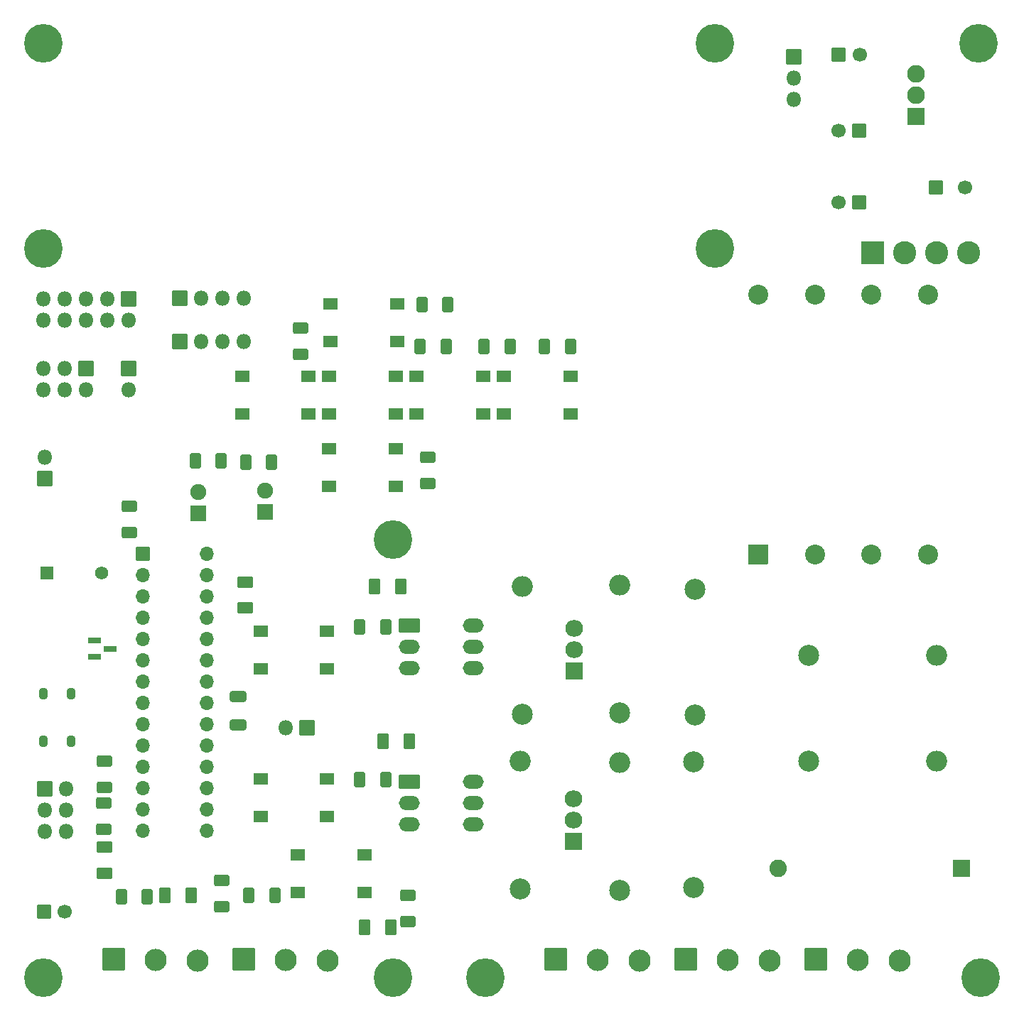
<source format=gbr>
%TF.GenerationSoftware,KiCad,Pcbnew,7.0.9*%
%TF.CreationDate,2025-01-17T20:12:22+02:00*%
%TF.ProjectId,varaajamonitori,76617261-616a-4616-9d6f-6e69746f7269,rev?*%
%TF.SameCoordinates,Original*%
%TF.FileFunction,Soldermask,Top*%
%TF.FilePolarity,Negative*%
%FSLAX46Y46*%
G04 Gerber Fmt 4.6, Leading zero omitted, Abs format (unit mm)*
G04 Created by KiCad (PCBNEW 7.0.9) date 2025-01-17 20:12:22*
%MOMM*%
%LPD*%
G01*
G04 APERTURE LIST*
G04 Aperture macros list*
%AMRoundRect*
0 Rectangle with rounded corners*
0 $1 Rounding radius*
0 $2 $3 $4 $5 $6 $7 $8 $9 X,Y pos of 4 corners*
0 Add a 4 corners polygon primitive as box body*
4,1,4,$2,$3,$4,$5,$6,$7,$8,$9,$2,$3,0*
0 Add four circle primitives for the rounded corners*
1,1,$1+$1,$2,$3*
1,1,$1+$1,$4,$5*
1,1,$1+$1,$6,$7*
1,1,$1+$1,$8,$9*
0 Add four rect primitives between the rounded corners*
20,1,$1+$1,$2,$3,$4,$5,0*
20,1,$1+$1,$4,$5,$6,$7,0*
20,1,$1+$1,$6,$7,$8,$9,0*
20,1,$1+$1,$8,$9,$2,$3,0*%
G04 Aperture macros list end*
%ADD10RoundRect,0.050000X-1.335000X-1.335000X1.335000X-1.335000X1.335000X1.335000X-1.335000X1.335000X0*%
%ADD11C,2.770000*%
%ADD12RoundRect,0.050000X-1.270000X-1.270000X1.270000X-1.270000X1.270000X1.270000X-1.270000X1.270000X0*%
%ADD13C,2.640000*%
%ADD14RoundRect,0.050000X-0.775000X-0.650000X0.775000X-0.650000X0.775000X0.650000X-0.775000X0.650000X0*%
%ADD15RoundRect,0.300000X-0.400000X-0.625000X0.400000X-0.625000X0.400000X0.625000X-0.400000X0.625000X0*%
%ADD16RoundRect,0.300000X0.400000X0.625000X-0.400000X0.625000X-0.400000X-0.625000X0.400000X-0.625000X0*%
%ADD17RoundRect,0.050000X-1.200000X-0.800000X1.200000X-0.800000X1.200000X0.800000X-1.200000X0.800000X0*%
%ADD18O,2.500000X1.700000*%
%ADD19RoundRect,0.300000X-0.625000X0.400000X-0.625000X-0.400000X0.625000X-0.400000X0.625000X0.400000X0*%
%ADD20RoundRect,0.050000X-0.800000X-0.800000X0.800000X-0.800000X0.800000X0.800000X-0.800000X0.800000X0*%
%ADD21O,1.700000X1.700000*%
%ADD22RoundRect,0.050000X0.900000X-0.900000X0.900000X0.900000X-0.900000X0.900000X-0.900000X-0.900000X0*%
%ADD23C,1.900000*%
%ADD24C,2.500000*%
%ADD25O,2.500000X2.500000*%
%ADD26RoundRect,0.050000X0.850000X-0.850000X0.850000X0.850000X-0.850000X0.850000X-0.850000X-0.850000X0*%
%ADD27O,1.800000X1.800000*%
%ADD28RoundRect,0.300000X0.412500X0.650000X-0.412500X0.650000X-0.412500X-0.650000X0.412500X-0.650000X0*%
%ADD29RoundRect,0.300000X0.625000X-0.400000X0.625000X0.400000X-0.625000X0.400000X-0.625000X-0.400000X0*%
%ADD30C,4.600000*%
%ADD31RoundRect,0.300000X-0.650000X0.412500X-0.650000X-0.412500X0.650000X-0.412500X0.650000X0.412500X0*%
%ADD32RoundRect,0.050000X0.990000X0.990000X-0.990000X0.990000X-0.990000X-0.990000X0.990000X-0.990000X0*%
%ADD33C,2.080000*%
%ADD34RoundRect,0.050000X-0.850000X-0.850000X0.850000X-0.850000X0.850000X0.850000X-0.850000X0.850000X0*%
%ADD35RoundRect,0.300000X-0.700000X0.362500X-0.700000X-0.362500X0.700000X-0.362500X0.700000X0.362500X0*%
%ADD36RoundRect,0.050000X1.143000X-1.143000X1.143000X1.143000X-1.143000X1.143000X-1.143000X-1.143000X0*%
%ADD37C,2.386000*%
%ADD38RoundRect,0.050000X-0.850000X0.850000X-0.850000X-0.850000X0.850000X-0.850000X0.850000X0.850000X0*%
%ADD39RoundRect,0.300000X-0.412500X-0.650000X0.412500X-0.650000X0.412500X0.650000X-0.412500X0.650000X0*%
%ADD40RoundRect,0.200000X-0.587500X-0.150000X0.587500X-0.150000X0.587500X0.150000X-0.587500X0.150000X0*%
%ADD41RoundRect,0.102000X0.955000X-0.955000X0.955000X0.955000X-0.955000X0.955000X-0.955000X-0.955000X0*%
%ADD42C,2.114000*%
%ADD43C,1.700000*%
%ADD44RoundRect,0.050000X-0.736600X-0.736600X0.736600X-0.736600X0.736600X0.736600X-0.736600X0.736600X0*%
%ADD45C,1.573200*%
%ADD46RoundRect,0.050000X0.800000X0.800000X-0.800000X0.800000X-0.800000X-0.800000X0.800000X-0.800000X0*%
%ADD47RoundRect,0.275000X0.225000X0.375000X-0.225000X0.375000X-0.225000X-0.375000X0.225000X-0.375000X0*%
%ADD48RoundRect,0.050000X0.850000X0.850000X-0.850000X0.850000X-0.850000X-0.850000X0.850000X-0.850000X0*%
%ADD49RoundRect,0.050000X1.000000X-0.952500X1.000000X0.952500X-1.000000X0.952500X-1.000000X-0.952500X0*%
%ADD50O,2.100000X2.005000*%
G04 APERTURE END LIST*
D10*
%TO.C,D5*%
X150390000Y-59600000D03*
D11*
X154200000Y-59600000D03*
X158010000Y-59600000D03*
X161820000Y-59600000D03*
%TD*%
D12*
%TO.C,J1*%
X143617780Y-143855260D03*
D13*
X148600000Y-143908600D03*
X153600000Y-144000040D03*
%TD*%
D12*
%TO.C,J4*%
X59917780Y-143863860D03*
D13*
X64900000Y-143917200D03*
X69900000Y-144008640D03*
%TD*%
D12*
%TO.C,J5*%
X75417780Y-143855260D03*
D13*
X80400000Y-143908600D03*
X85400000Y-144000040D03*
%TD*%
D12*
%TO.C,J6*%
X128117780Y-143855260D03*
D13*
X133100000Y-143908600D03*
X138100000Y-144000040D03*
%TD*%
D12*
%TO.C,J7*%
X112617780Y-143855260D03*
D13*
X117600000Y-143908600D03*
X122600000Y-144000040D03*
%TD*%
D14*
%TO.C,SW2*%
X85625000Y-82950000D03*
X93575000Y-82950000D03*
X85625000Y-87450000D03*
X93575000Y-87450000D03*
%TD*%
D15*
%TO.C,R23*%
X96650000Y-65750000D03*
X99750000Y-65750000D03*
%TD*%
D16*
%TO.C,R4*%
X114350000Y-70750000D03*
X111250000Y-70750000D03*
%TD*%
D17*
%TO.C,U7*%
X95175000Y-122675000D03*
D18*
X95175000Y-125215000D03*
X95175000Y-127755000D03*
X102795000Y-127755000D03*
X102795000Y-125215000D03*
X102795000Y-122675000D03*
%TD*%
D15*
%TO.C,R12*%
X69650000Y-84400000D03*
X72750000Y-84400000D03*
%TD*%
D19*
%TO.C,R5*%
X72800000Y-134450000D03*
X72800000Y-137550000D03*
%TD*%
D20*
%TO.C,U1*%
X63400000Y-95500000D03*
D21*
X63400000Y-98040000D03*
X63400000Y-100580000D03*
X63400000Y-103120000D03*
X63400000Y-105660000D03*
X63400000Y-108200000D03*
X63400000Y-110740000D03*
X63400000Y-113280000D03*
X63400000Y-115820000D03*
X63400000Y-118360000D03*
X63400000Y-120900000D03*
X63400000Y-123440000D03*
X63400000Y-125980000D03*
X63400000Y-128520000D03*
X71020000Y-128520000D03*
X71020000Y-125980000D03*
X71020000Y-123440000D03*
X71020000Y-120900000D03*
X71020000Y-118360000D03*
X71020000Y-115820000D03*
X71020000Y-113280000D03*
X71020000Y-110740000D03*
X71020000Y-108200000D03*
X71020000Y-105660000D03*
X71020000Y-103120000D03*
X71020000Y-100580000D03*
X71020000Y-98040000D03*
X71020000Y-95500000D03*
%TD*%
D22*
%TO.C,D2*%
X70000000Y-90675000D03*
D23*
X70000000Y-88135000D03*
%TD*%
D24*
%TO.C,R16*%
X120200000Y-135620000D03*
D25*
X120200000Y-120380000D03*
%TD*%
D26*
%TO.C,J9*%
X67800000Y-70200000D03*
D27*
X70340000Y-70200000D03*
X72880000Y-70200000D03*
X75420000Y-70200000D03*
%TD*%
D28*
%TO.C,C9*%
X95162500Y-117800000D03*
X92037500Y-117800000D03*
%TD*%
D19*
%TO.C,R22*%
X97400000Y-84000000D03*
X97400000Y-87100000D03*
%TD*%
D29*
%TO.C,R2*%
X95000000Y-139350000D03*
X95000000Y-136250000D03*
%TD*%
D30*
%TO.C,Top2*%
X163000000Y-34600000D03*
%TD*%
%TO.C,J2*%
X51600000Y-59100000D03*
X131600000Y-34600000D03*
X131600000Y-59100000D03*
%TD*%
D24*
%TO.C,R20*%
X142780000Y-120200000D03*
D25*
X158020000Y-120200000D03*
%TD*%
D17*
%TO.C,U6*%
X95175000Y-104075000D03*
D18*
X95175000Y-106615000D03*
X95175000Y-109155000D03*
X102795000Y-109155000D03*
X102795000Y-106615000D03*
X102795000Y-104075000D03*
%TD*%
D31*
%TO.C,C5*%
X75600000Y-98837500D03*
X75600000Y-101962500D03*
%TD*%
D32*
%TO.C,F1*%
X160920000Y-133000000D03*
D33*
X139080000Y-133000000D03*
%TD*%
D22*
%TO.C,D4*%
X78000000Y-90475000D03*
D23*
X78000000Y-87935000D03*
%TD*%
D34*
%TO.C,J13*%
X61740000Y-73400000D03*
D27*
X61740000Y-75940000D03*
%TD*%
D31*
%TO.C,C16*%
X58800000Y-130437500D03*
X58800000Y-133562500D03*
%TD*%
D34*
%TO.C,JP2*%
X141000000Y-36200000D03*
D27*
X141000000Y-38740000D03*
X141000000Y-41280000D03*
%TD*%
D35*
%TO.C,L1*%
X74800000Y-112537500D03*
X74800000Y-115862500D03*
%TD*%
D30*
%TO.C,Bottom3*%
X51600000Y-146000000D03*
%TD*%
D14*
%TO.C,SW4*%
X75225000Y-74350000D03*
X83175000Y-74350000D03*
X75225000Y-78850000D03*
X83175000Y-78850000D03*
%TD*%
D26*
%TO.C,J10*%
X67800000Y-65000000D03*
D27*
X70340000Y-65000000D03*
X72880000Y-65000000D03*
X75420000Y-65000000D03*
%TD*%
D36*
%TO.C,T1*%
X136738000Y-95600000D03*
D37*
X143469000Y-95600000D03*
X150200000Y-95600000D03*
X156931000Y-95600000D03*
X136738000Y-64612000D03*
X143469000Y-64612000D03*
X150200000Y-64612000D03*
X156931000Y-64612000D03*
%TD*%
D15*
%TO.C,R6*%
X96450000Y-70750000D03*
X99550000Y-70750000D03*
%TD*%
%TO.C,R14*%
X76050000Y-136200000D03*
X79150000Y-136200000D03*
%TD*%
D14*
%TO.C,SW7*%
X81850000Y-131400000D03*
X89800000Y-131400000D03*
X81850000Y-135900000D03*
X89800000Y-135900000D03*
%TD*%
D38*
%TO.C,J14*%
X82940000Y-116200000D03*
D27*
X80400000Y-116200000D03*
%TD*%
D14*
%TO.C,SW5*%
X85625000Y-74350000D03*
X93575000Y-74350000D03*
X85625000Y-78850000D03*
X93575000Y-78850000D03*
%TD*%
D24*
%TO.C,R17*%
X108600000Y-114640000D03*
D25*
X108600000Y-99400000D03*
%TD*%
D30*
%TO.C,Bottom2*%
X163200000Y-146000000D03*
%TD*%
D14*
%TO.C,SW1*%
X85800000Y-65650000D03*
X93750000Y-65650000D03*
X85800000Y-70150000D03*
X93750000Y-70150000D03*
%TD*%
D39*
%TO.C,C13*%
X66037500Y-136200000D03*
X69162500Y-136200000D03*
%TD*%
D29*
%TO.C,R7*%
X61800000Y-92950000D03*
X61800000Y-89850000D03*
%TD*%
D15*
%TO.C,R21*%
X104050000Y-70750000D03*
X107150000Y-70750000D03*
%TD*%
D40*
%TO.C,Q5*%
X57662500Y-105850000D03*
X57662500Y-107750000D03*
X59537500Y-106800000D03*
%TD*%
D41*
%TO.C,U3*%
X155568000Y-43350000D03*
D42*
X155568000Y-40800000D03*
X155568000Y-38250000D03*
%TD*%
D15*
%TO.C,R11*%
X89250000Y-104200000D03*
X92350000Y-104200000D03*
%TD*%
D16*
%TO.C,R24*%
X78750000Y-84600000D03*
X75650000Y-84600000D03*
%TD*%
D28*
%TO.C,C8*%
X94162500Y-99400000D03*
X91037500Y-99400000D03*
%TD*%
D20*
%TO.C,C2*%
X51617600Y-138200000D03*
D43*
X54117600Y-138200000D03*
%TD*%
D38*
%TO.C,J8*%
X61740000Y-65060000D03*
D27*
X61740000Y-67600000D03*
X59200000Y-65060000D03*
X59200000Y-67600000D03*
X56660000Y-65060000D03*
X56660000Y-67600000D03*
X54120000Y-65060000D03*
X54120000Y-67600000D03*
X51580000Y-65060000D03*
X51580000Y-67600000D03*
%TD*%
D44*
%TO.C,BZ1*%
X52000000Y-97800000D03*
D45*
X58500001Y-97800000D03*
%TD*%
D46*
%TO.C,C7*%
X148782400Y-53600000D03*
D43*
X146282400Y-53600000D03*
%TD*%
D47*
%TO.C,D3*%
X54850000Y-117800000D03*
X51550000Y-117800000D03*
%TD*%
D14*
%TO.C,SW6*%
X106400000Y-74350000D03*
X114350000Y-74350000D03*
X106400000Y-78850000D03*
X114350000Y-78850000D03*
%TD*%
D24*
%TO.C,R18*%
X108400000Y-135420000D03*
D25*
X108400000Y-120180000D03*
%TD*%
D14*
%TO.C,SW9*%
X77425000Y-122350000D03*
X85375000Y-122350000D03*
X77425000Y-126850000D03*
X85375000Y-126850000D03*
%TD*%
D20*
%TO.C,C4*%
X157900000Y-51800000D03*
D43*
X161400000Y-51800000D03*
%TD*%
D30*
%TO.C,Top1*%
X51600000Y-34600000D03*
%TD*%
D19*
%TO.C,R3*%
X58770000Y-125250000D03*
X58770000Y-128350000D03*
%TD*%
D39*
%TO.C,C3*%
X89837500Y-140000000D03*
X92962500Y-140000000D03*
%TD*%
D38*
%TO.C,J12*%
X56640000Y-73400000D03*
D27*
X56640000Y-75940000D03*
X54100000Y-73400000D03*
X54100000Y-75940000D03*
X51560000Y-73400000D03*
X51560000Y-75940000D03*
%TD*%
D24*
%TO.C,C11*%
X129000000Y-120300000D03*
X129000000Y-135300000D03*
%TD*%
D14*
%TO.C,SW8*%
X77425000Y-104700000D03*
X85375000Y-104700000D03*
X77425000Y-109200000D03*
X85375000Y-109200000D03*
%TD*%
D48*
%TO.C,J11*%
X51725000Y-86475000D03*
D27*
X51725000Y-83935000D03*
%TD*%
D24*
%TO.C,C10*%
X129200000Y-99700000D03*
X129200000Y-114700000D03*
%TD*%
D14*
%TO.C,SW3*%
X96000000Y-74350000D03*
X103950000Y-74350000D03*
X96000000Y-78850000D03*
X103950000Y-78850000D03*
%TD*%
D16*
%TO.C,R10*%
X63950000Y-136400000D03*
X60850000Y-136400000D03*
%TD*%
D24*
%TO.C,R19*%
X142780000Y-107600000D03*
D25*
X158020000Y-107600000D03*
%TD*%
D24*
%TO.C,R15*%
X120200000Y-114420000D03*
D25*
X120200000Y-99180000D03*
%TD*%
D30*
%TO.C,Mid1*%
X93200000Y-93800000D03*
%TD*%
D29*
%TO.C,R1*%
X58800000Y-123350000D03*
X58800000Y-120250000D03*
%TD*%
D34*
%TO.C,J3*%
X51725000Y-123475000D03*
D27*
X54265000Y-123475000D03*
X51725000Y-126015000D03*
X54265000Y-126015000D03*
X51725000Y-128555000D03*
X54265000Y-128555000D03*
%TD*%
D49*
%TO.C,Q3*%
X114800000Y-109500000D03*
D50*
X114800000Y-106960000D03*
X114800000Y-104420000D03*
%TD*%
D30*
%TO.C,Bottom4*%
X104200000Y-146000000D03*
%TD*%
D47*
%TO.C,D1*%
X54850000Y-112200000D03*
X51550000Y-112200000D03*
%TD*%
D46*
%TO.C,C6*%
X148782400Y-45000000D03*
D43*
X146282400Y-45000000D03*
%TD*%
D49*
%TO.C,Q4*%
X114745000Y-129740000D03*
D50*
X114745000Y-127200000D03*
X114745000Y-124660000D03*
%TD*%
D30*
%TO.C,Bottom1*%
X93200000Y-146000000D03*
%TD*%
D20*
%TO.C,C1*%
X146300000Y-36000000D03*
D43*
X148800000Y-36000000D03*
%TD*%
D15*
%TO.C,R9*%
X89250000Y-122400000D03*
X92350000Y-122400000D03*
%TD*%
D29*
%TO.C,R13*%
X82200000Y-71700000D03*
X82200000Y-68600000D03*
%TD*%
M02*

</source>
